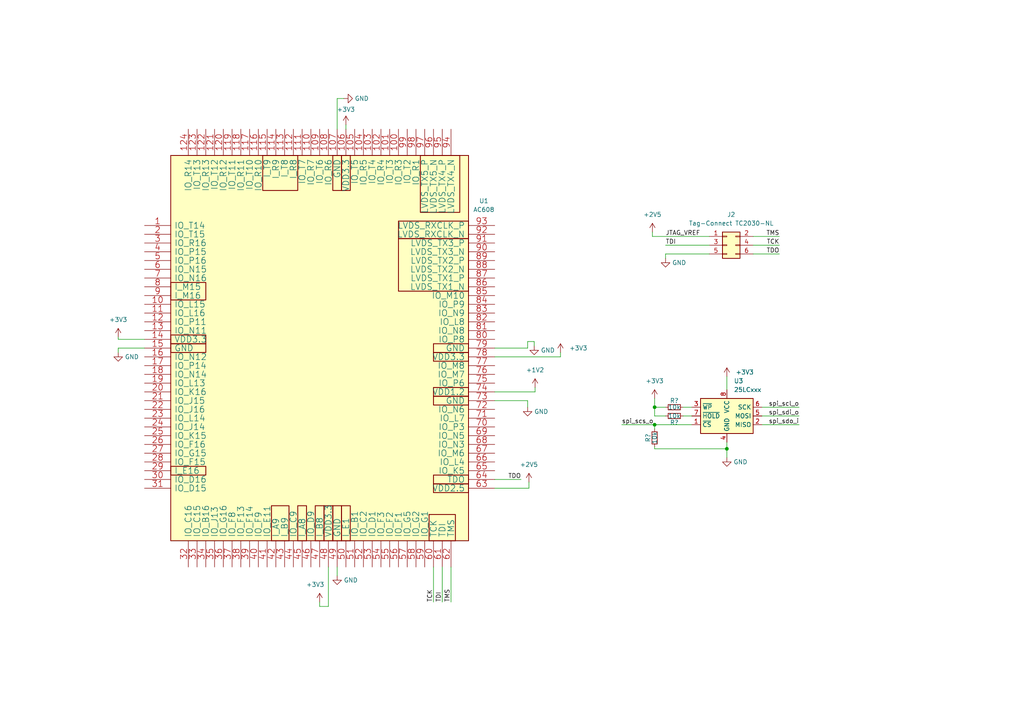
<source format=kicad_sch>
(kicad_sch (version 20211123) (generator eeschema)
  (paper "A4")
  (lib_symbols
    (symbol "Connector_Generic:Conn_02x03_Odd_Even" (pin_names (offset 1.016) hide)
      (property "Reference" "J" (at 1.27 5.08 0))
      (property "Value" "Conn_02x03_Odd_Even" (at 1.27 -5.08 0))
      (symbol "Conn_02x03_Odd_Even_1_1"
        (rectangle (start -1.27 -2.413) (end 0 -2.667) (stroke (width 0.1524)))
        (rectangle (start -1.27 0.127) (end 0 -0.127) (stroke (width 0.1524)))
        (rectangle (start -1.27 2.667) (end 0 2.413) (stroke (width 0.1524)))
        (rectangle (start -1.27 3.81) (end 3.81 -3.81) (stroke (width 0.254)) (fill (type background)))
        (rectangle (start 3.81 -2.413) (end 2.54 -2.667) (stroke (width 0.1524)))
        (rectangle (start 3.81 0.127) (end 2.54 -0.127) (stroke (width 0.1524)))
        (rectangle (start 3.81 2.667) (end 2.54 2.413) (stroke (width 0.1524)))
        (pin passive line (at -5.08 2.54 0) (length 3.81) (name "Pin_1") (number "1"))
        (pin passive line (at 7.62 2.54 180) (length 3.81) (name "Pin_2") (number "2"))
        (pin passive line (at -5.08 0 0) (length 3.81) (name "Pin_3") (number "3"))
        (pin passive line (at 7.62 0 180) (length 3.81) (name "Pin_4") (number "4"))
        (pin passive line (at -5.08 -2.54 0) (length 3.81) (name "Pin_5") (number "5"))
        (pin passive line (at 7.62 -2.54 180) (length 3.81) (name "Pin_6") (number "6"))
      )
    )
    (symbol "Device:R_Small" (pin_numbers hide) (pin_names (offset 0.254) hide)
      (property "Reference" "R" (at 0.762 0.508 0))
      (property "Value" "R_Small" (at 0.762 -1.016 0))
      (symbol "R_Small_0_1"
        (rectangle (start -0.762 1.778) (end 0.762 -1.778) (stroke (width 0.2032)))
      )
      (symbol "R_Small_1_1"
        (pin passive line (at 0 2.54 270) (length 0.762) (name "~") (number "1"))
        (pin passive line (at 0 -2.54 90) (length 0.762) (name "~") (number "2"))
      )
    )
    (symbol "Memory_EEPROM:25LCxxx"
      (property "Reference" "U" (at -7.62 6.35 0))
      (property "Value" "25LCxxx" (at 2.54 -6.35 0))
      (symbol "25LCxxx_1_1"
        (rectangle (start -7.62 5.08) (end 7.62 -5.08) (stroke (width 0.254)) (fill (type background)))
        (pin input line (at -10.16 -2.54 0) (length 2.54) (name "~{CS}") (number "1"))
        (pin tri_state line (at 10.16 -2.54 180) (length 2.54) (name "MISO") (number "2"))
        (pin input line (at -10.16 2.54 0) (length 2.54) (name "~{WP}") (number "3"))
        (pin power_in line (at 0 -7.62 90) (length 2.54) (name "GND") (number "4"))
        (pin input line (at 10.16 0 180) (length 2.54) (name "MOSI") (number "5"))
        (pin input line (at 10.16 2.54 180) (length 2.54) (name "SCK") (number "6"))
        (pin input line (at -10.16 0 0) (length 2.54) (name "~{HOLD}") (number "7"))
        (pin power_in line (at 0 7.62 270) (length 2.54) (name "VCC") (number "8"))
      )
    )
    (symbol "ac608:AC608" (pin_names (offset 1.016))
      (property "Reference" "U" (at -4.572 1.27 0))
      (property "Value" "AC608" (at -4.572 -1.27 0))
      (symbol "AC608_0_1"
        (rectangle (start -44.45 -58.42) (end 41.91 53.34) (stroke (width 0.254)) (fill (type background)))
        (rectangle (start -44.45 -39.37) (end -34.29 -36.83) (stroke (width 0.254)) (fill (type background)))
        (rectangle (start -44.45 -3.81) (end -34.29 -1.27) (stroke (width 0.254)) (fill (type background)))
        (rectangle (start -44.45 -1.27) (end -34.29 1.27) (stroke (width 0.254)) (fill (type background)))
        (rectangle (start -44.45 11.43) (end -34.29 16.51) (stroke (width 0.254)) (fill (type background)))
        (rectangle (start -17.78 43.18) (end -7.62 53.34) (stroke (width 0.254)) (fill (type background)))
        (rectangle (start -15.24 -58.42) (end -10.16 -48.26) (stroke (width 0.254)) (fill (type background)))
        (rectangle (start -7.62 -58.42) (end -5.08 -48.26) (stroke (width 0.254)) (fill (type background)))
        (rectangle (start -2.54 -58.42) (end 0 -48.26) (stroke (width 0.254)) (fill (type background)))
        (rectangle (start 0 -58.42) (end 2.54 -48.26) (stroke (width 0.254)) (fill (type background)))
        (rectangle (start 2.54 -58.42) (end 5.08 -48.26) (stroke (width 0.254)) (fill (type background)))
        (rectangle (start 2.54 43.18) (end 5.08 53.34) (stroke (width 0.254)) (fill (type background)))
        (rectangle (start 5.08 -58.42) (end 7.62 -48.26) (stroke (width 0.254)) (fill (type background)))
        (rectangle (start 5.08 43.18) (end 7.62 53.34) (stroke (width 0.254)) (fill (type background)))
        (rectangle (start 21.59 13.97) (end 41.91 29.21) (stroke (width 0.254)) (fill (type background)))
        (rectangle (start 21.59 29.21) (end 41.91 34.29) (stroke (width 0.254)) (fill (type background)))
        (rectangle (start 27.94 36.83) (end 39.37 53.34) (stroke (width 0.254)) (fill (type background)))
        (rectangle (start 30.48 -58.42) (end 38.1 -50.8) (stroke (width 0.254)) (fill (type background)))
        (rectangle (start 31.75 -44.45) (end 41.91 -41.91) (stroke (width 0.254)) (fill (type background)))
        (rectangle (start 31.75 -41.91) (end 41.91 -39.37) (stroke (width 0.254)) (fill (type background)))
        (rectangle (start 31.75 -19.05) (end 41.91 -16.51) (stroke (width 0.254)) (fill (type background)))
        (rectangle (start 31.75 -16.51) (end 41.91 -13.97) (stroke (width 0.254)) (fill (type background)))
        (rectangle (start 31.75 -6.35) (end 41.91 -3.81) (stroke (width 0.254)) (fill (type background)))
        (rectangle (start 31.75 -3.81) (end 41.91 -1.27) (stroke (width 0.254)) (fill (type background)))
        (pin bidirectional line (at -52.07 33.02 0) (length 7.62) (name "IO_T14") (number "1"))
        (pin bidirectional line (at -52.07 10.16 0) (length 7.62) (name "IO_L15") (number "10"))
        (pin bidirectional line (at 21.59 60.96 270) (length 7.62) (name "IO_R3") (number "100"))
        (pin bidirectional line (at 19.05 60.96 270) (length 7.62) (name "IO_T3") (number "101"))
        (pin bidirectional line (at 16.51 60.96 270) (length 7.62) (name "IO_R4") (number "102"))
        (pin bidirectional line (at 13.97 60.96 270) (length 7.62) (name "IO_T4") (number "103"))
        (pin bidirectional line (at 11.43 60.96 270) (length 7.62) (name "IO_R5") (number "104"))
        (pin bidirectional line (at 8.89 60.96 270) (length 7.62) (name "IO_T5") (number "105"))
        (pin power_in line (at 6.35 60.96 270) (length 7.62) (name "VDD3.3") (number "106"))
        (pin power_in line (at 3.81 60.96 270) (length 7.62) (name "GND") (number "107"))
        (pin bidirectional line (at 1.27 60.96 270) (length 7.62) (name "IO_R6") (number "108"))
        (pin bidirectional line (at -1.27 60.96 270) (length 7.62) (name "IO_T6") (number "109"))
        (pin bidirectional line (at -52.07 7.62 0) (length 7.62) (name "IO_L16") (number "11"))
        (pin bidirectional line (at -3.81 60.96 270) (length 7.62) (name "IO_R7") (number "110"))
        (pin bidirectional line (at -6.35 60.96 270) (length 7.62) (name "IO_T7") (number "111"))
        (pin input line (at -8.89 60.96 270) (length 7.62) (name "I_R8") (number "112"))
        (pin input line (at -11.43 60.96 270) (length 7.62) (name "I_T8") (number "113"))
        (pin input line (at -13.97 60.96 270) (length 7.62) (name "I_R9") (number "114"))
        (pin input line (at -16.51 60.96 270) (length 7.62) (name "I_T9") (number "115"))
        (pin bidirectional line (at -19.05 60.96 270) (length 7.62) (name "IO_R10") (number "116"))
        (pin bidirectional line (at -21.59 60.96 270) (length 7.62) (name "IO_T10") (number "117"))
        (pin bidirectional line (at -24.13 60.96 270) (length 7.62) (name "IO_R11") (number "118"))
        (pin bidirectional line (at -26.67 60.96 270) (length 7.62) (name "IO_T11") (number "119"))
        (pin bidirectional line (at -52.07 5.08 0) (length 7.62) (name "IO_P11") (number "12"))
        (pin bidirectional line (at -29.21 60.96 270) (length 7.62) (name "IO_R12") (number "120"))
        (pin bidirectional line (at -31.75 60.96 270) (length 7.62) (name "IO_T12") (number "121"))
        (pin bidirectional line (at -34.29 60.96 270) (length 7.62) (name "IO_R13") (number "122"))
        (pin bidirectional line (at -36.83 60.96 270) (length 7.62) (name "IO_T13") (number "123"))
        (pin bidirectional line (at -39.37 60.96 270) (length 7.62) (name "IO_R14") (number "124"))
        (pin bidirectional line (at -52.07 2.54 0) (length 7.62) (name "IO_N11") (number "13"))
        (pin power_in line (at -52.07 0 0) (length 7.62) (name "VDD3.3") (number "14"))
        (pin power_in line (at -52.07 -2.54 0) (length 7.62) (name "GND") (number "15"))
        (pin bidirectional line (at -52.07 -5.08 0) (length 7.62) (name "IO_N12") (number "16"))
        (pin bidirectional line (at -52.07 -7.62 0) (length 7.62) (name "IO_P14") (number "17"))
        (pin bidirectional line (at -52.07 -10.16 0) (length 7.62) (name "IO_N14") (number "18"))
        (pin bidirectional line (at -52.07 -12.7 0) (length 7.62) (name "IO_L13") (number "19"))
        (pin bidirectional line (at -52.07 30.48 0) (length 7.62) (name "IO_T15") (number "2"))
        (pin bidirectional line (at -52.07 -15.24 0) (length 7.62) (name "IO_K16") (number "20"))
        (pin bidirectional line (at -52.07 -17.78 0) (length 7.62) (name "IO_J15") (number "21"))
        (pin bidirectional line (at -52.07 -20.32 0) (length 7.62) (name "IO_J16") (number "22"))
        (pin bidirectional line (at -52.07 -22.86 0) (length 7.62) (name "IO_L14") (number "23"))
        (pin bidirectional line (at -52.07 -25.4 0) (length 7.62) (name "IO_J14") (number "24"))
        (pin bidirectional line (at -52.07 -27.94 0) (length 7.62) (name "IO_K15") (number "25"))
        (pin bidirectional line (at -52.07 -30.48 0) (length 7.62) (name "IO_F16") (number "26"))
        (pin bidirectional line (at -52.07 -33.02 0) (length 7.62) (name "IO_G15") (number "27"))
        (pin bidirectional line (at -52.07 -35.56 0) (length 7.62) (name "IO_F15") (number "28"))
        (pin input line (at -52.07 -38.1 0) (length 7.62) (name "I_E16") (number "29"))
        (pin bidirectional line (at -52.07 27.94 0) (length 7.62) (name "IO_R16") (number "3"))
        (pin bidirectional line (at -52.07 -40.64 0) (length 7.62) (name "IO_D16") (number "30"))
        (pin bidirectional line (at -52.07 -43.18 0) (length 7.62) (name "IO_D15") (number "31"))
        (pin bidirectional line (at -39.37 -66.04 90) (length 7.62) (name "IO_C16") (number "32"))
        (pin bidirectional line (at -36.83 -66.04 90) (length 7.62) (name "IO_C15") (number "33"))
        (pin bidirectional line (at -34.29 -66.04 90) (length 7.62) (name "IO_B16") (number "34"))
        (pin bidirectional line (at -31.75 -66.04 90) (length 7.62) (name "IO_J13") (number "35"))
        (pin bidirectional line (at -29.21 -66.04 90) (length 7.62) (name "IO_G16") (number "36"))
        (pin bidirectional line (at -26.67 -66.04 90) (length 7.62) (name "IO_F8") (number "37"))
        (pin bidirectional line (at -24.13 -66.04 90) (length 7.62) (name "IO_F13") (number "38"))
        (pin bidirectional line (at -21.59 -66.04 90) (length 7.62) (name "IO_F14") (number "39"))
        (pin bidirectional line (at -52.07 25.4 0) (length 7.62) (name "IO_P15") (number "4"))
        (pin bidirectional line (at -19.05 -66.04 90) (length 7.62) (name "IO_F9") (number "40"))
        (pin bidirectional line (at -16.51 -66.04 90) (length 7.62) (name "IO_E11") (number "41"))
        (pin input line (at -13.97 -66.04 90) (length 7.62) (name "I_A9") (number "42"))
        (pin input line (at -11.43 -66.04 90) (length 7.62) (name "I_B9") (number "43"))
        (pin bidirectional line (at -8.89 -66.04 90) (length 7.62) (name "IO_C9") (number "44"))
        (pin input line (at -6.35 -66.04 90) (length 7.62) (name "I_A8") (number "45"))
        (pin bidirectional line (at -3.81 -66.04 90) (length 7.62) (name "IO_D9") (number "46"))
        (pin input line (at -1.27 -66.04 90) (length 7.62) (name "I_B8") (number "47"))
        (pin power_in line (at 1.27 -66.04 90) (length 7.62) (name "VDD3.3") (number "48"))
        (pin power_in line (at 3.81 -66.04 90) (length 7.62) (name "GND") (number "49"))
        (pin bidirectional line (at -52.07 22.86 0) (length 7.62) (name "IO_P16") (number "5"))
        (pin bidirectional line (at 6.35 -66.04 90) (length 7.62) (name "I_E1") (number "50"))
        (pin bidirectional line (at 8.89 -66.04 90) (length 7.62) (name "IO_B1") (number "51"))
        (pin bidirectional line (at 11.43 -66.04 90) (length 7.62) (name "IO_C2") (number "52"))
        (pin bidirectional line (at 13.97 -66.04 90) (length 7.62) (name "IO_D1") (number "53"))
        (pin bidirectional line (at 16.51 -66.04 90) (length 7.62) (name "IO_F3") (number "54"))
        (pin bidirectional line (at 19.05 -66.04 90) (length 7.62) (name "IO_F2") (number "55"))
        (pin bidirectional line (at 21.59 -66.04 90) (length 7.62) (name "IO_F1") (number "56"))
        (pin bidirectional line (at 24.13 -66.04 90) (length 7.62) (name "IO_G5") (number "57"))
        (pin bidirectional line (at 26.67 -66.04 90) (length 7.62) (name "IO_G2") (number "58"))
        (pin bidirectional line (at 29.21 -66.04 90) (length 7.62) (name "IO_G1") (number "59"))
        (pin bidirectional line (at -52.07 20.32 0) (length 7.62) (name "IO_N15") (number "6"))
        (pin bidirectional line (at 31.75 -66.04 90) (length 7.62) (name "TCK") (number "60"))
        (pin bidirectional line (at 34.29 -66.04 90) (length 7.62) (name "TDI") (number "61"))
        (pin bidirectional line (at 36.83 -66.04 90) (length 7.62) (name "TMS") (number "62"))
        (pin power_in line (at 49.53 -43.18 180) (length 7.62) (name "VDD2.5") (number "63"))
        (pin bidirectional line (at 49.53 -40.64 180) (length 7.62) (name "TDO") (number "64"))
        (pin bidirectional line (at 49.53 -38.1 180) (length 7.62) (name "IO_K5") (number "65"))
        (pin bidirectional line (at 49.53 -35.56 180) (length 7.62) (name "IO_L4") (number "66"))
        (pin bidirectional line (at 49.53 -33.02 180) (length 7.62) (name "IO_M6") (number "67"))
        (pin bidirectional line (at 49.53 -30.48 180) (length 7.62) (name "IO_N3") (number "68"))
        (pin bidirectional line (at 49.53 -27.94 180) (length 7.62) (name "IO_N5") (number "69"))
        (pin bidirectional line (at -52.07 17.78 0) (length 7.62) (name "IO_N16") (number "7"))
        (pin bidirectional line (at 49.53 -25.4 180) (length 7.62) (name "IO_P3") (number "70"))
        (pin bidirectional line (at 49.53 -22.86 180) (length 7.62) (name "IO_L7") (number "71"))
        (pin bidirectional line (at 49.53 -20.32 180) (length 7.62) (name "IO_N6") (number "72"))
        (pin power_in line (at 49.53 -17.78 180) (length 7.62) (name "GND") (number "73"))
        (pin power_in line (at 49.53 -15.24 180) (length 7.62) (name "VDD1.2") (number "74"))
        (pin bidirectional line (at 49.53 -12.7 180) (length 7.62) (name "IO_P6") (number "75"))
        (pin bidirectional line (at 49.53 -10.16 180) (length 7.62) (name "IO_M7") (number "76"))
        (pin bidirectional line (at 49.53 -7.62 180) (length 7.62) (name "IO_M8") (number "77"))
        (pin power_in line (at 49.53 -5.08 180) (length 7.62) (name "VDD3.3") (number "78"))
        (pin power_in line (at 49.53 -2.54 180) (length 7.62) (name "GND") (number "79"))
        (pin input line (at -52.07 15.24 0) (length 7.62) (name "I_M15") (number "8"))
        (pin bidirectional line (at 49.53 0 180) (length 7.62) (name "IO_P8") (number "80"))
        (pin bidirectional line (at 49.53 2.54 180) (length 7.62) (name "IO_N8") (number "81"))
        (pin bidirectional line (at 49.53 5.08 180) (length 7.62) (name "IO_L8") (number "82"))
        (pin bidirectional line (at 49.53 7.62 180) (length 7.62) (name "IO_N9") (number "83"))
        (pin bidirectional line (at 49.53 10.16 180) (length 7.62) (name "IO_P9") (number "84"))
        (pin bidirectional line (at 49.53 12.7 180) (length 7.62) (name "IO_M10") (number "85"))
        (pin bidirectional line (at 49.53 15.24 180) (length 7.62) (name "LVDS_TX1_N") (number "86"))
        (pin bidirectional line (at 49.53 17.78 180) (length 7.62) (name "LVDS_TX1_P") (number "87"))
        (pin bidirectional line (at 49.53 20.32 180) (length 7.62) (name "LVDS_TX2_N") (number "88"))
        (pin bidirectional line (at 49.53 22.86 180) (length 7.62) (name "LVDS_TX2_P") (number "89"))
        (pin input line (at -52.07 12.7 0) (length 7.62) (name "I_M16") (number "9"))
        (pin bidirectional line (at 49.53 25.4 180) (length 7.62) (name "LVDS_TX3_N") (number "90"))
        (pin bidirectional line (at 49.53 27.94 180) (length 7.62) (name "LVDS_TX3_P") (number "91"))
        (pin bidirectional line (at 49.53 30.48 180) (length 7.62) (name "LVDS_RXCLK_N") (number "92"))
        (pin bidirectional line (at 49.53 33.02 180) (length 7.62) (name "LVDS_RXCLK_P") (number "93"))
        (pin bidirectional line (at 36.83 60.96 270) (length 7.62) (name "LVDS_TX4_N") (number "94"))
        (pin bidirectional line (at 34.29 60.96 270) (length 7.62) (name "LVDS_TX4_P") (number "95"))
        (pin bidirectional line (at 31.75 60.96 270) (length 7.62) (name "LVDS_TX5_N") (number "96"))
        (pin bidirectional line (at 29.21 60.96 270) (length 7.62) (name "LVDS_TX5_P") (number "97"))
        (pin bidirectional line (at 26.67 60.96 270) (length 7.62) (name "IO_R1") (number "98"))
        (pin bidirectional line (at 24.13 60.96 270) (length 7.62) (name "IO_T2") (number "99"))
      )
    )
    (symbol "power:+1V2" (power) (pin_names (offset 0))
      (property "Value" "+1V2" (at 0 3.556 0))
      (symbol "+1V2_0_1"
        (polyline (pts (xy -0.762 1.27) (xy 0 2.54)))
        (polyline (pts (xy 0 0) (xy 0 2.54)))
        (polyline (pts (xy 0 2.54) (xy 0.762 1.27)))
      )
      (symbol "+1V2_1_1"
        (pin power_in line (at 0 0 90) (length 0) hide (name "+1V2") (number "1"))
      )
    )
    (symbol "power:+2V5" (power) (pin_names (offset 0))
      (property "Value" "+2V5" (at 0 3.556 0))
      (symbol "+2V5_0_1"
        (polyline (pts (xy -0.762 1.27) (xy 0 2.54)))
        (polyline (pts (xy 0 0) (xy 0 2.54)))
        (polyline (pts (xy 0 2.54) (xy 0.762 1.27)))
      )
      (symbol "+2V5_1_1"
        (pin power_in line (at 0 0 90) (length 0) hide (name "+2V5") (number "1"))
      )
    )
    (symbol "power:+3V3" (power) (pin_names (offset 0))
      (property "Value" "+3V3" (at 0 3.556 0))
      (symbol "+3V3_0_1"
        (polyline (pts (xy -0.762 1.27) (xy 0 2.54)))
        (polyline (pts (xy 0 0) (xy 0 2.54)))
        (polyline (pts (xy 0 2.54) (xy 0.762 1.27)))
      )
      (symbol "+3V3_1_1"
        (pin power_in line (at 0 0 90) (length 0) hide (name "+3V3") (number "1"))
      )
    )
    (symbol "power:GND" (power) (pin_names (offset 0))
      (property "Value" "GND" (at 0 -3.81 0))
      (symbol "GND_0_1"
        (polyline (pts (xy 0 0) (xy 0 -1.27) (xy 1.27 -1.27) (xy 0 -2.54) (xy -1.27 -1.27) (xy 0 -1.27)))
      )
      (symbol "GND_1_1"
        (pin power_in line (at 0 0 270) (length 0) hide (name "GND") (number "1"))
      )
    )
  )
  (junction (at 210.82 130.175))
  (junction (at 189.865 123.19))
  (junction (at 189.865 118.11))
  (wire (pts (xy 189.865 129.54) (xy 189.865 130.175)))
  (wire (pts (xy 218.44 73.66) (xy 226.06 73.66)))
  (wire (pts (xy 189.865 124.46) (xy 189.865 123.19)))
  (wire (pts (xy 128.27 164.465) (xy 128.27 174.625)))
  (wire (pts (xy 198.12 118.11) (xy 200.66 118.11)))
  (wire (pts (xy 220.98 120.65) (xy 231.775 120.65)))
  (wire (pts (xy 153.035 100.965) (xy 143.51 100.965)))
  (wire (pts (xy 220.98 118.11) (xy 231.775 118.11)))
  (wire (pts (xy 153.035 99.06) (xy 154.94 99.06)))
  (wire (pts (xy 34.29 98.425) (xy 34.29 97.79)))
  (wire (pts (xy 41.91 98.425) (xy 34.29 98.425)))
  (wire (pts (xy 193.04 71.12) (xy 205.74 71.12)))
  (wire (pts (xy 155.194 113.665) (xy 155.194 112.395)))
  (wire (pts (xy 189.23 68.58) (xy 205.74 68.58)))
  (wire (pts (xy 193.04 118.11) (xy 189.865 118.11)))
  (wire (pts (xy 100.33 36.195) (xy 100.33 37.465)))
  (wire (pts (xy 34.29 102.235) (xy 34.29 100.965)))
  (wire (pts (xy 97.79 37.465) (xy 97.79 28.575)))
  (wire (pts (xy 143.51 139.065) (xy 151.13 139.065)))
  (wire (pts (xy 153.416 139.827) (xy 153.416 141.605)))
  (wire (pts (xy 162.56 103.505) (xy 162.56 102.235)))
  (wire (pts (xy 198.12 120.65) (xy 200.66 120.65)))
  (wire (pts (xy 143.51 103.505) (xy 162.56 103.505)))
  (wire (pts (xy 92.71 175.895) (xy 92.71 174.625)))
  (wire (pts (xy 153.035 100.965) (xy 153.035 99.06)))
  (wire (pts (xy 154.94 99.06) (xy 154.94 100.33)))
  (wire (pts (xy 97.79 164.465) (xy 97.79 167.005)))
  (wire (pts (xy 97.79 28.575) (xy 99.695 28.575)))
  (wire (pts (xy 95.25 164.465) (xy 95.25 175.895)))
  (wire (pts (xy 189.23 67.31) (xy 189.23 68.58)))
  (wire (pts (xy 189.865 130.175) (xy 210.82 130.175)))
  (wire (pts (xy 189.865 118.11) (xy 189.865 120.65)))
  (wire (pts (xy 189.865 115.57) (xy 189.865 118.11)))
  (wire (pts (xy 130.81 164.465) (xy 130.81 174.625)))
  (wire (pts (xy 210.82 130.175) (xy 210.82 132.715)))
  (wire (pts (xy 218.44 71.12) (xy 226.06 71.12)))
  (wire (pts (xy 193.04 74.93) (xy 193.04 73.66)))
  (wire (pts (xy 189.865 123.19) (xy 200.66 123.19)))
  (wire (pts (xy 153.035 118.11) (xy 153.035 116.205)))
  (wire (pts (xy 193.04 73.66) (xy 205.74 73.66)))
  (wire (pts (xy 95.25 175.895) (xy 92.71 175.895)))
  (wire (pts (xy 210.82 128.27) (xy 210.82 130.175)))
  (wire (pts (xy 218.44 68.58) (xy 226.06 68.58)))
  (wire (pts (xy 143.51 113.665) (xy 155.194 113.665)))
  (wire (pts (xy 193.04 120.65) (xy 189.865 120.65)))
  (wire (pts (xy 210.82 109.22) (xy 210.82 113.03)))
  (wire (pts (xy 153.035 116.205) (xy 143.51 116.205)))
  (wire (pts (xy 180.34 123.19) (xy 189.865 123.19)))
  (wire (pts (xy 34.29 100.965) (xy 41.91 100.965)))
  (wire (pts (xy 125.73 164.465) (xy 125.73 174.625)))
  (wire (pts (xy 153.416 141.605) (xy 143.51 141.605)))
  (wire (pts (xy 220.98 123.19) (xy 231.775 123.19)))
  (label "TCK" (at 226.06 71.12 180))
  (label "spi_sdi_o" (at 231.775 120.65 180))
  (label "TDI" (at 193.04 71.12 0))
  (label "TDI" (at 128.27 174.625 90))
  (label "TMS" (at 130.81 174.625 90))
  (label "spi_sdo_i" (at 231.775 123.19 180))
  (label "JTAG_VREF" (at 193.04 68.58 0))
  (label "TMS" (at 226.06 68.58 180))
  (label "TDO" (at 226.06 73.66 180))
  (label "spi_scs_o" (at 180.34 123.19 0))
  (label "TCK" (at 125.73 174.625 90))
  (label "TDO" (at 151.13 139.065 180))
  (label "spi_scl_o" (at 231.775 118.11 180))
  (symbol (lib_id "power:GND") (at 99.695 28.575 90) (mirror x) (unit 1)
    (property "Reference" "#PWR0104" (effects hide))
    (property "Value" "GND" (at 102.87 28.5749 90) (effects (justify right)))
  )
  (symbol (lib_id "power:GND") (at 210.82 132.715 0) (unit 1)
    (property "Reference" "#PWR?" (effects hide))
    (property "Value" "GND" (at 212.725 133.9849 0) (effects (justify left)))
  )
  (symbol (lib_id "Memory_EEPROM:25LCxxx") (at 210.82 120.65 0) (unit 1)
    (property "Reference" "U3" (at 212.8394 110.49 0) (effects (justify left)))
    (property "Value" "25LCxxx" (at 212.8394 113.03 0) (effects (justify left)))
    (property "Footprint" "Package_SO:SOIC-8W_5.3x5.3mm_P1.27mm" (effects hide))
    (property "Datasheet" "http://ww1.microchip.com/downloads/en/DeviceDoc/21832H.pdf" (effects hide))
  )
  (symbol (lib_id "power:+1V2") (at 155.194 112.395 0) (unit 1)
    (property "Reference" "#PWR0109" (effects hide))
    (property "Value" "+1V2" (at 155.194 107.315 0))
  )
  (symbol (lib_id "power:+3V3") (at 92.71 174.625 0) (unit 1)
    (property "Reference" "#PWR0107" (effects hide))
    (property "Value" "+3V3" (at 91.44 169.545 0))
  )
  (symbol (lib_id "Device:R_Small") (at 195.58 118.11 270) (unit 1)
    (property "Reference" "R?" (at 195.58 116.205 90))
    (property "Value" "10k" (at 195.58 118.11 90))
  )
  (symbol (lib_id "ac608:AC608") (at 93.98 98.425 0) (unit 1)
    (property "Reference" "U1" (at 140.335 58.2674 0))
    (property "Value" "AC608" (at 140.335 60.8074 0))
    (property "Footprint" "footprints:ac608" (effects hide))
  )
  (symbol (lib_id "power:+2V5") (at 189.23 67.31 0) (unit 1)
    (property "Reference" "#PWR0117" (effects hide))
    (property "Value" "+2V5" (at 189.23 62.23 0))
  )
  (symbol (lib_id "power:GND") (at 97.79 167.005 0) (mirror y) (unit 1)
    (property "Reference" "#PWR0106" (effects hide))
    (property "Value" "GND" (at 99.695 168.2749 0) (effects (justify right)))
  )
  (symbol (lib_id "power:+2V5") (at 153.416 139.827 0) (unit 1)
    (property "Reference" "#PWR0119" (effects hide))
    (property "Value" "+2V5" (at 153.416 134.747 0))
  )
  (symbol (lib_id "power:+3V3") (at 34.29 97.79 0) (unit 1)
    (property "Reference" "#PWR0101" (effects hide))
    (property "Value" "+3V3" (at 34.29 92.71 0))
  )
  (symbol (lib_id "power:+3V3") (at 162.56 102.235 0) (unit 1)
    (property "Reference" "#PWR0108" (effects hide))
    (property "Value" "+3V3" (at 165.1 100.9649 0) (effects (justify left)))
  )
  (symbol (lib_id "Device:R_Small") (at 195.58 120.65 270) (unit 1)
    (property "Reference" "R?" (at 195.58 122.555 90))
    (property "Value" "10k" (at 195.58 120.65 90))
  )
  (symbol (lib_id "power:+3V3") (at 100.33 36.195 0) (mirror y) (unit 1)
    (property "Reference" "#PWR0105" (effects hide))
    (property "Value" "+3V3" (at 100.33 31.75 0))
  )
  (symbol (lib_id "power:GND") (at 34.29 102.235 0) (mirror y) (unit 1)
    (property "Reference" "#PWR0102" (effects hide))
    (property "Value" "GND" (at 36.195 103.5049 0) (effects (justify right)))
  )
  (symbol (lib_id "Connector_Generic:Conn_02x03_Odd_Even") (at 210.82 71.12 0) (unit 1)
    (property "Reference" "J2" (at 212.09 62.23 0))
    (property "Value" "Tag-Connect TC2030-NL" (at 212.09 64.77 0))
    (property "Footprint" "Connector:Tag-Connect_TC2030-IDC-NL_2x03_P1.27mm_Vertical" (effects hide))
  )
  (symbol (lib_id "power:GND") (at 153.035 118.11 0) (unit 1)
    (property "Reference" "#PWR0116" (effects hide))
    (property "Value" "GND" (at 154.94 119.3799 0) (effects (justify left)))
  )
  (symbol (lib_id "power:GND") (at 193.04 74.93 0) (unit 1)
    (property "Reference" "#PWR0118" (effects hide))
    (property "Value" "GND" (at 194.945 76.1999 0) (effects (justify left)))
  )
  (symbol (lib_id "Device:R_Small") (at 189.865 127 0) (unit 1)
    (property "Reference" "R?" (at 187.96 127 90))
    (property "Value" "10k" (at 189.865 127 90))
  )
  (symbol (lib_id "power:+3V3") (at 210.82 109.22 0) (unit 1)
    (property "Reference" "#PWR?" (effects hide))
    (property "Value" "+3V3" (at 213.36 107.9499 0) (effects (justify left)))
  )
  (symbol (lib_id "power:GND") (at 154.94 100.33 0) (unit 1)
    (property "Reference" "#PWR0115" (effects hide))
    (property "Value" "GND" (at 156.845 101.5999 0) (effects (justify left)))
  )
  (symbol (lib_id "power:+3V3") (at 189.865 115.57 0) (unit 1)
    (property "Reference" "#PWR?" (effects hide))
    (property "Value" "+3V3" (at 189.865 110.49 0))
  )
)
</source>
